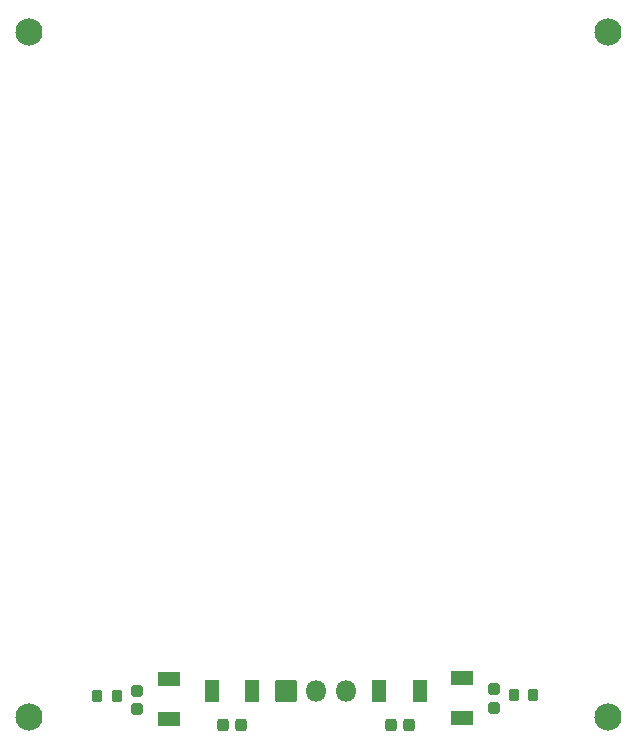
<source format=gts>
%TF.GenerationSoftware,KiCad,Pcbnew,(6.0.4-0)*%
%TF.CreationDate,2022-04-21T20:04:49-07:00*%
%TF.ProjectId,Labpass RFID Reader - Mez,4c616270-6173-4732-9052-464944205265,0.1.0*%
%TF.SameCoordinates,Original*%
%TF.FileFunction,Soldermask,Top*%
%TF.FilePolarity,Negative*%
%FSLAX46Y46*%
G04 Gerber Fmt 4.6, Leading zero omitted, Abs format (unit mm)*
G04 Created by KiCad (PCBNEW (6.0.4-0)) date 2022-04-21 20:04:49*
%MOMM*%
%LPD*%
G01*
G04 APERTURE LIST*
G04 Aperture macros list*
%AMRoundRect*
0 Rectangle with rounded corners*
0 $1 Rounding radius*
0 $2 $3 $4 $5 $6 $7 $8 $9 X,Y pos of 4 corners*
0 Add a 4 corners polygon primitive as box body*
4,1,4,$2,$3,$4,$5,$6,$7,$8,$9,$2,$3,0*
0 Add four circle primitives for the rounded corners*
1,1,$1+$1,$2,$3*
1,1,$1+$1,$4,$5*
1,1,$1+$1,$6,$7*
1,1,$1+$1,$8,$9*
0 Add four rect primitives between the rounded corners*
20,1,$1+$1,$2,$3,$4,$5,0*
20,1,$1+$1,$4,$5,$6,$7,0*
20,1,$1+$1,$6,$7,$8,$9,0*
20,1,$1+$1,$8,$9,$2,$3,0*%
G04 Aperture macros list end*
%ADD10RoundRect,0.050800X0.500000X0.900000X-0.500000X0.900000X-0.500000X-0.900000X0.500000X-0.900000X0*%
%ADD11RoundRect,0.275800X0.250000X-0.225000X0.250000X0.225000X-0.250000X0.225000X-0.250000X-0.225000X0*%
%ADD12C,2.301600*%
%ADD13RoundRect,0.275800X0.225000X0.250000X-0.225000X0.250000X-0.225000X-0.250000X0.225000X-0.250000X0*%
%ADD14RoundRect,0.050800X0.900000X-0.500000X0.900000X0.500000X-0.900000X0.500000X-0.900000X-0.500000X0*%
%ADD15RoundRect,0.250800X-0.200000X-0.275000X0.200000X-0.275000X0.200000X0.275000X-0.200000X0.275000X0*%
%ADD16RoundRect,0.050800X-0.500000X-0.900000X0.500000X-0.900000X0.500000X0.900000X-0.500000X0.900000X0*%
%ADD17RoundRect,0.050800X0.850000X-0.850000X0.850000X0.850000X-0.850000X0.850000X-0.850000X-0.850000X0*%
%ADD18O,1.801600X1.801600*%
%ADD19RoundRect,0.275800X-0.225000X-0.250000X0.225000X-0.250000X0.225000X0.250000X-0.225000X0.250000X0*%
%ADD20RoundRect,0.250800X0.200000X0.275000X-0.200000X0.275000X-0.200000X-0.275000X0.200000X-0.275000X0*%
%ADD21RoundRect,0.050800X-0.900000X0.500000X-0.900000X-0.500000X0.900000X-0.500000X0.900000X0.500000X0*%
%ADD22RoundRect,0.275800X-0.250000X0.225000X-0.250000X-0.225000X0.250000X-0.225000X0.250000X0.225000X0*%
G04 APERTURE END LIST*
D10*
%TO.C,C1*%
X133800000Y-116375005D03*
X130400000Y-116375005D03*
%TD*%
D11*
%TO.C,C5*%
X124046907Y-117950005D03*
X124046907Y-116400005D03*
%TD*%
D12*
%TO.C,REF\u002A\u002A*%
X163923097Y-60590005D03*
%TD*%
%TO.C,REF\u002A\u002A*%
X163963097Y-118580005D03*
%TD*%
D13*
%TO.C,C2*%
X132875000Y-119284999D03*
X131325000Y-119284999D03*
%TD*%
D14*
%TO.C,C8*%
X151600000Y-118700000D03*
X151600000Y-115300000D03*
%TD*%
D15*
%TO.C,R2*%
X155971907Y-116784994D03*
X157621907Y-116784994D03*
%TD*%
D16*
%TO.C,C4*%
X144600000Y-116400000D03*
X148000000Y-116400000D03*
%TD*%
D17*
%TO.C,J1*%
X136660000Y-116400000D03*
D18*
X139200000Y-116400000D03*
X141740000Y-116400000D03*
%TD*%
D19*
%TO.C,C3*%
X145570000Y-119284994D03*
X147120000Y-119284994D03*
%TD*%
D12*
%TO.C,REF\u002A\u002A*%
X114953097Y-118590005D03*
%TD*%
%TO.C,REF\u002A\u002A*%
X114913097Y-60610005D03*
%TD*%
D20*
%TO.C,R1*%
X122371907Y-116875005D03*
X120721907Y-116875005D03*
%TD*%
D21*
%TO.C,C7*%
X126800000Y-115375005D03*
X126800000Y-118775005D03*
%TD*%
D22*
%TO.C,C6*%
X154296907Y-116259994D03*
X154296907Y-117809994D03*
%TD*%
M02*

</source>
